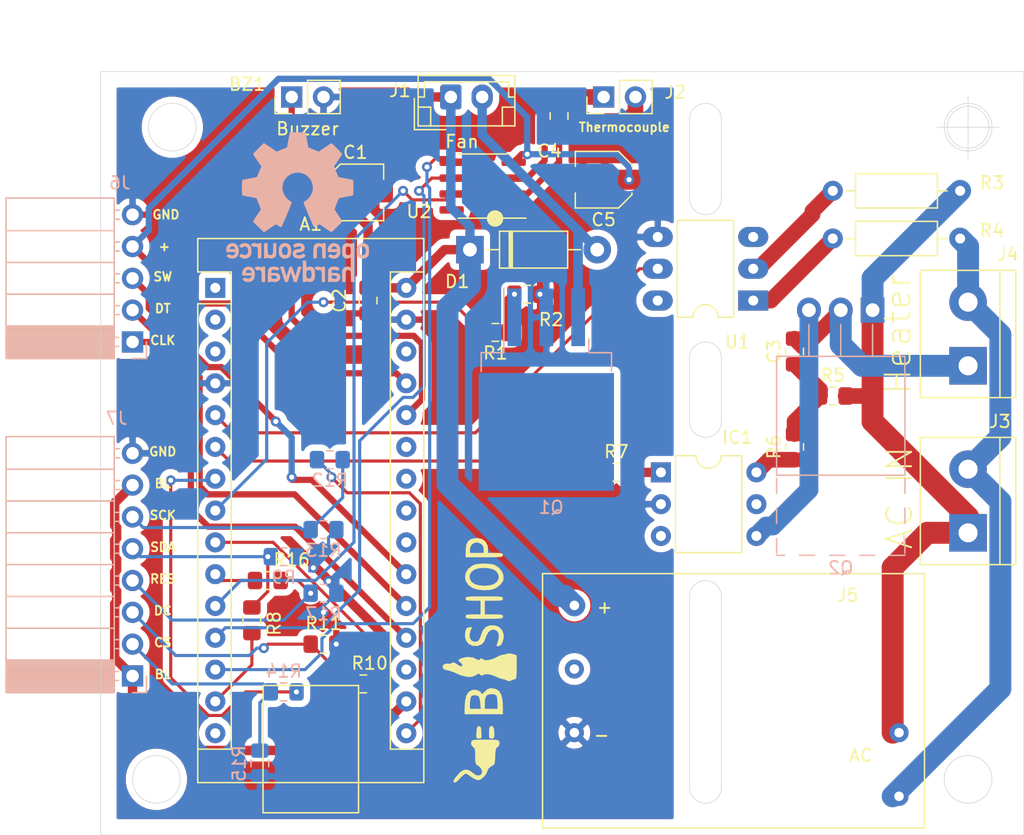
<source format=kicad_pcb>
(kicad_pcb (version 20171130) (host pcbnew 5.1.5-52549c5~84~ubuntu18.04.1)
  (layers (0 F.Cu signal) (31 B.Cu signal) (34 B.Paste user) (35 F.Paste user) (36 B.SilkS user) (37 F.SilkS user) (38 B.Mask user) (39 F.Mask user) (44 Edge.Cuts user))
  (net 0 "")
  (net 1 "Net-(A1-Pad1)")
  (net 2 BL)
  (net 3 "Net-(A1-Pad2)")
  (net 4 "Net-(A1-Pad18)")
  (net 5 "Net-(A1-Pad3)")
  (net 6 CLK)
  (net 7 GND)
  (net 8 DT)
  (net 9 ZERO_X)
  (net 10 SW)
  (net 11 Heater_PWM)
  (net 12 "Net-(A1-Pad22)")
  (net 13 CS_5)
  (net 14 "Net-(A1-Pad23)")
  (net 15 FAN_Ctrl)
  (net 16 "Net-(A1-Pad24)")
  (net 17 DC_5)
  (net 18 "Net-(A1-Pad25)")
  (net 19 RES_5)
  (net 20 "Net-(A1-Pad26)")
  (net 21 SO)
  (net 22 +)
  (net 23 CS)
  (net 24 "Net-(A1-Pad28)")
  (net 25 SCK)
  (net 26 SDA_5)
  (net 27 +12V)
  (net 28 "Net-(A1-Pad15)")
  (net 29 SCK_5)
  (net 30 AC1_OUT)
  (net 31 "Net-(C3-Pad1)")
  (net 32 TC1)
  (net 33 TC2)
  (net 34 "Net-(D1-Pad2)")
  (net 35 "Net-(IC1-Pad1)")
  (net 36 "Net-(IC1-Pad4)")
  (net 37 "Net-(IC1-Pad5)")
  (net 38 "Net-(IC1-Pad3)")
  (net 39 "Net-(IC1-Pad6)")
  (net 40 AC2_IN)
  (net 41 AC1_IN)
  (net 42 CS_)
  (net 43 DC)
  (net 44 RES)
  (net 45 SDA)
  (net 46 "Net-(Q1-Pad1)")
  (net 47 "Net-(R3-Pad2)")
  (net 48 "Net-(R4-Pad2)")
  (net 49 "Net-(U1-Pad6)")
  (net 50 "Net-(U2-Pad8)")
  (net 51 SCK_M)
  (net 52 "Net-(J5-Pad4)")
  (module CTB_Logo:KicadCTBLogo (layer F.Cu) (at 213.36 120.65 90)
    (fp_text reference G*** hide)
    (fp_text value LOGO hide)
  )
  (module CTB_Logo:12v220 (layer F.Cu) (at 246.07774 113.74882 180)
    (fp_text reference J5 (at 3.57124 -1.72974) (layer F.SilkS))
    (fp_text value CONN_AC_to_12v400mA)
    (fp_text user - (at 23.23338 -12.88034) (layer F.SilkS))
    (fp_text user + (at 22.98446 -2.66446) (layer F.SilkS))
    (fp_text user AC (at 2.54 -14.52118) (layer F.SilkS))
    (pad 5 thru_hole circle (at 25.4 -2.54 180) (size 1.524 1.524) (drill 0.762) (layers *.Cu *.Mask) (net 27 +12V))
    (pad 4 thru_hole circle (at 25.4 -7.62 180) (size 1.524 1.524) (drill 0.762) (layers *.Cu *.Mask) (net 52 "Net-(J5-Pad4)"))
    (pad 3 thru_hole circle (at 25.4 -12.7 180) (size 1.524 1.524) (drill 0.762) (layers *.Cu *.Mask) (net 7 GND))
    (pad 2 thru_hole circle (at -0.508 -17.78 180) (size 1.524 1.524) (drill 0.762) (layers *.Cu *.Mask) (net 40 AC2_IN))
    (pad 1 thru_hole circle (at -0.508 -12.7 180) (size 1.524 1.524) (drill 0.762) (layers *.Cu *.Mask) (net 41 AC1_IN))
  )
  (module Symbol:OSHW-Logo_11.4x12mm_SilkScreen (layer B.Cu) (at 198.61022 84.48548 180)
    (fp_text reference REF** hide)
    (fp_text value OSHW-Logo_11.4x12mm_SilkScreen hide)
  )
  (module Resistor_THT:R_Axial_DIN0207_L6.3mm_D2.5mm_P10.16mm_Horizontal (layer F.Cu) (at 251.46 86.995 180)
    (fp_text reference R4 (at -2.54 0.635) (layer F.SilkS))
    (fp_text value "47K 0.6W")
    (pad 2 thru_hole oval (at 10.16 0 180) (size 1.6 1.6) (drill 0.8) (layers *.Cu *.Mask) (net 48 "Net-(R4-Pad2)"))
    (pad 1 thru_hole circle (at 0 0 180) (size 1.6 1.6) (drill 0.8) (layers *.Cu *.Mask) (net 40 AC2_IN))
  )
  (module Resistor_THT:R_Axial_DIN0207_L6.3mm_D2.5mm_P10.16mm_Horizontal (layer F.Cu) (at 251.46 83.185 180)
    (fp_text reference R3 (at -2.54 0.635) (layer F.SilkS))
    (fp_text value "47K 0.6W")
    (pad 2 thru_hole oval (at 10.16 0 180) (size 1.6 1.6) (drill 0.8) (layers *.Cu *.Mask) (net 47 "Net-(R3-Pad2)"))
    (pad 1 thru_hole circle (at 0 0 180) (size 1.6 1.6) (drill 0.8) (layers *.Cu *.Mask) (net 41 AC1_IN))
  )
  (module TerminalBlock:TerminalBlock_bornier-2_P5.08mm (layer F.Cu) (at 252.095 97.155 90)
    (fp_text reference J4 (at 8.89 3.175 180) (layer F.SilkS))
    (fp_text value HEATER_CONN)
    (pad 2 thru_hole circle (at 5.08 0 90) (size 3 3) (drill 1.52) (layers *.Cu *.Mask) (net 40 AC2_IN))
    (pad 1 thru_hole rect (at 0 0 90) (size 3 3) (drill 1.52) (layers *.Cu *.Mask) (net 30 AC1_OUT))
  )
  (module TerminalBlock:TerminalBlock_bornier-2_P5.08mm (layer F.Cu) (at 252.095 110.49 90)
    (fp_text reference J3 (at 8.89 2.54 180) (layer F.SilkS))
    (fp_text value AC_CONN)
    (pad 2 thru_hole circle (at 5.08 0 90) (size 3 3) (drill 1.52) (layers *.Cu *.Mask) (net 40 AC2_IN))
    (pad 1 thru_hole rect (at 0 0 90) (size 3 3) (drill 1.52) (layers *.Cu *.Mask) (net 41 AC1_IN))
  )
  (module Connector_PinSocket_2.54mm:PinSocket_1x08_P2.54mm_Horizontal (layer B.Cu) (at 185.42 121.92)
    (fp_text reference J7 (at -1.27 -20.574) (layer B.SilkS) (effects (justify mirror)))
    (fp_text value TFT_CONN)
    (pad 8 thru_hole oval (at 0 -17.78) (size 1.7 1.7) (drill 1) (layers *.Cu *.Mask) (net 7 GND))
    (pad 7 thru_hole oval (at 0 -15.24) (size 1.7 1.7) (drill 1) (layers *.Cu *.Mask) (net 2 BL))
    (pad 6 thru_hole oval (at 0 -12.7) (size 1.7 1.7) (drill 1) (layers *.Cu *.Mask) (net 25 SCK))
    (pad 5 thru_hole oval (at 0 -10.16) (size 1.7 1.7) (drill 1) (layers *.Cu *.Mask) (net 45 SDA))
    (pad 4 thru_hole oval (at 0 -7.62) (size 1.7 1.7) (drill 1) (layers *.Cu *.Mask) (net 44 RES))
    (pad 3 thru_hole oval (at 0 -5.08) (size 1.7 1.7) (drill 1) (layers *.Cu *.Mask) (net 43 DC))
    (pad 2 thru_hole oval (at 0 -2.54) (size 1.7 1.7) (drill 1) (layers *.Cu *.Mask) (net 42 CS_))
    (pad 1 thru_hole rect (at 0 0) (size 1.7 1.7) (drill 1) (layers *.Cu *.Mask) (net 2 BL))
  )
  (module Connector_PinSocket_2.54mm:PinSocket_1x05_P2.54mm_Horizontal (layer B.Cu) (at 185.42 95.25)
    (fp_text reference J6 (at -1.016 -12.7) (layer B.SilkS) (effects (justify mirror)))
    (fp_text value ENCODER_CONN)
    (pad 5 thru_hole oval (at 0 -10.16) (size 1.7 1.7) (drill 1) (layers *.Cu *.Mask) (net 7 GND))
    (pad 4 thru_hole oval (at 0 -7.62) (size 1.7 1.7) (drill 1) (layers *.Cu *.Mask) (net 22 +))
    (pad 3 thru_hole oval (at 0 -5.08) (size 1.7 1.7) (drill 1) (layers *.Cu *.Mask) (net 10 SW))
    (pad 2 thru_hole oval (at 0 -2.54) (size 1.7 1.7) (drill 1) (layers *.Cu *.Mask) (net 8 DT))
    (pad 1 thru_hole rect (at 0 0) (size 1.7 1.7) (drill 1) (layers *.Cu *.Mask) (net 6 CLK))
  )
  (module Package_SO:SOIC-8-1EP_3.9x4.9mm_P1.27mm_EP2.29x3mm (layer F.Cu) (at 213.36 82.804 180)
    (fp_text reference U2 (at 5.08 -2.032) (layer F.SilkS))
    (fp_text value MAX6675ISA+)
    (pad 8 smd roundrect (at 2.475 -1.905 180) (size 1.95 0.6) (layers F.Cu F.Paste F.Mask) (net 50 "Net-(U2-Pad8)"))
    (pad 7 smd roundrect (at 2.475 -0.635 180) (size 1.95 0.6) (layers F.Cu F.Paste F.Mask) (net 21 SO))
    (pad 6 smd roundrect (at 2.475 0.635 180) (size 1.95 0.6) (layers F.Cu F.Paste F.Mask) (net 23 CS))
    (pad 5 smd roundrect (at 2.475 1.905 180) (size 1.95 0.6) (layers F.Cu F.Paste F.Mask) (net 51 SCK_M))
    (pad 4 smd roundrect (at -2.475 1.905 180) (size 1.95 0.6) (layers F.Cu F.Paste F.Mask) (net 22 +))
    (pad 3 smd roundrect (at -2.475 0.635 180) (size 1.95 0.6) (layers F.Cu F.Paste F.Mask) (net 32 TC1))
    (pad 2 smd roundrect (at -2.475 -0.635 180) (size 1.95 0.6) (layers F.Cu F.Paste F.Mask) (net 33 TC2))
    (pad 1 smd roundrect (at -2.475 -1.905 180) (size 1.95 0.6) (layers F.Cu F.Paste F.Mask) (net 7 GND))
    (pad 9 smd roundrect (at 0 0 180) (size 2.29 3) (layers F.Cu F.Mask) (roundrect_rratio 0.10917))
  )
  (module Package_DIP:DIP-6_W7.62mm_LongPads (layer F.Cu) (at 234.95 91.948 180)
    (fp_text reference U1 (at 1.27 -3.302) (layer F.SilkS))
    (fp_text value H11AA1-X007T)
    (pad 6 thru_hole oval (at 7.62 0 180) (size 2.4 1.6) (drill 0.8) (layers *.Cu *.Mask) (net 49 "Net-(U1-Pad6)"))
    (pad 3 thru_hole oval (at 0 5.08 180) (size 2.4 1.6) (drill 0.8) (layers *.Cu *.Mask))
    (pad 5 thru_hole oval (at 7.62 2.54 180) (size 2.4 1.6) (drill 0.8) (layers *.Cu *.Mask) (net 9 ZERO_X))
    (pad 2 thru_hole oval (at 0 2.54 180) (size 2.4 1.6) (drill 0.8) (layers *.Cu *.Mask) (net 47 "Net-(R3-Pad2)"))
    (pad 4 thru_hole oval (at 7.62 5.08 180) (size 2.4 1.6) (drill 0.8) (layers *.Cu *.Mask) (net 7 GND))
    (pad 1 thru_hole rect (at 0 0 180) (size 2.4 1.6) (drill 0.8) (layers *.Cu *.Mask) (net 48 "Net-(R4-Pad2)"))
  )
  (module Module:Arduino_Nano (layer F.Cu) (at 192.024 90.932)
    (fp_text reference A1 (at 7.62 -5.08) (layer F.SilkS))
    (fp_text value Arduino_Nano_v3.x)
    (pad 16 thru_hole oval (at 15.24 35.56) (size 1.6 1.6) (drill 0.8) (layers *.Cu *.Mask) (net 29 SCK_5))
    (pad 15 thru_hole oval (at 0 35.56) (size 1.6 1.6) (drill 0.8) (layers *.Cu *.Mask) (net 28 "Net-(A1-Pad15)"))
    (pad 30 thru_hole oval (at 15.24 0) (size 1.6 1.6) (drill 0.8) (layers *.Cu *.Mask) (net 27 +12V))
    (pad 14 thru_hole oval (at 0 33.02) (size 1.6 1.6) (drill 0.8) (layers *.Cu *.Mask) (net 26 SDA_5))
    (pad 29 thru_hole oval (at 15.24 2.54) (size 1.6 1.6) (drill 0.8) (layers *.Cu *.Mask) (net 7 GND))
    (pad 13 thru_hole oval (at 0 30.48) (size 1.6 1.6) (drill 0.8) (layers *.Cu *.Mask) (net 51 SCK_M))
    (pad 28 thru_hole oval (at 15.24 5.08) (size 1.6 1.6) (drill 0.8) (layers *.Cu *.Mask) (net 24 "Net-(A1-Pad28)"))
    (pad 12 thru_hole oval (at 0 27.94) (size 1.6 1.6) (drill 0.8) (layers *.Cu *.Mask) (net 23 CS))
    (pad 27 thru_hole oval (at 15.24 7.62) (size 1.6 1.6) (drill 0.8) (layers *.Cu *.Mask) (net 22 +))
    (pad 11 thru_hole oval (at 0 25.4) (size 1.6 1.6) (drill 0.8) (layers *.Cu *.Mask) (net 21 SO))
    (pad 26 thru_hole oval (at 15.24 10.16) (size 1.6 1.6) (drill 0.8) (layers *.Cu *.Mask) (net 20 "Net-(A1-Pad26)"))
    (pad 10 thru_hole oval (at 0 22.86) (size 1.6 1.6) (drill 0.8) (layers *.Cu *.Mask) (net 19 RES_5))
    (pad 25 thru_hole oval (at 15.24 12.7) (size 1.6 1.6) (drill 0.8) (layers *.Cu *.Mask) (net 18 "Net-(A1-Pad25)"))
    (pad 9 thru_hole oval (at 0 20.32) (size 1.6 1.6) (drill 0.8) (layers *.Cu *.Mask) (net 17 DC_5))
    (pad 24 thru_hole oval (at 15.24 15.24) (size 1.6 1.6) (drill 0.8) (layers *.Cu *.Mask) (net 16 "Net-(A1-Pad24)"))
    (pad 8 thru_hole oval (at 0 17.78) (size 1.6 1.6) (drill 0.8) (layers *.Cu *.Mask) (net 15 FAN_Ctrl))
    (pad 23 thru_hole oval (at 15.24 17.78) (size 1.6 1.6) (drill 0.8) (layers *.Cu *.Mask) (net 14 "Net-(A1-Pad23)"))
    (pad 7 thru_hole oval (at 0 15.24) (size 1.6 1.6) (drill 0.8) (layers *.Cu *.Mask) (net 13 CS_5))
    (pad 22 thru_hole oval (at 15.24 20.32) (size 1.6 1.6) (drill 0.8) (layers *.Cu *.Mask) (net 12 "Net-(A1-Pad22)"))
    (pad 6 thru_hole oval (at 0 12.7) (size 1.6 1.6) (drill 0.8) (layers *.Cu *.Mask) (net 11 Heater_PWM))
    (pad 21 thru_hole oval (at 15.24 22.86) (size 1.6 1.6) (drill 0.8) (layers *.Cu *.Mask) (net 10 SW))
    (pad 5 thru_hole oval (at 0 10.16) (size 1.6 1.6) (drill 0.8) (layers *.Cu *.Mask) (net 9 ZERO_X))
    (pad 20 thru_hole oval (at 15.24 25.4) (size 1.6 1.6) (drill 0.8) (layers *.Cu *.Mask) (net 8 DT))
    (pad 4 thru_hole oval (at 0 7.62) (size 1.6 1.6) (drill 0.8) (layers *.Cu *.Mask) (net 7 GND))
    (pad 19 thru_hole oval (at 15.24 27.94) (size 1.6 1.6) (drill 0.8) (layers *.Cu *.Mask) (net 6 CLK))
    (pad 3 thru_hole oval (at 0 5.08) (size 1.6 1.6) (drill 0.8) (layers *.Cu *.Mask) (net 5 "Net-(A1-Pad3)"))
    (pad 18 thru_hole oval (at 15.24 30.48) (size 1.6 1.6) (drill 0.8) (layers *.Cu *.Mask) (net 4 "Net-(A1-Pad18)"))
    (pad 2 thru_hole oval (at 0 2.54) (size 1.6 1.6) (drill 0.8) (layers *.Cu *.Mask) (net 3 "Net-(A1-Pad2)"))
    (pad 17 thru_hole oval (at 15.24 33.02) (size 1.6 1.6) (drill 0.8) (layers *.Cu *.Mask) (net 2 BL))
    (pad 1 thru_hole rect (at 0 0) (size 1.6 1.6) (drill 0.8) (layers *.Cu *.Mask) (net 1 "Net-(A1-Pad1)"))
  )
  (module Connector_PinHeader_2.54mm:PinHeader_1x02_P2.54mm_Vertical (layer F.Cu) (at 198.12 75.692 90)
    (fp_text reference BZ1 (at 1.016 -3.556 180) (layer F.SilkS))
    (fp_text value Buzzer)
    (pad 2 thru_hole oval (at 0 2.54 90) (size 1.7 1.7) (drill 1) (layers *.Cu *.Mask) (net 7 GND))
    (pad 1 thru_hole rect (at 0 0 90) (size 1.7 1.7) (drill 1) (layers *.Cu *.Mask) (net 20 "Net-(A1-Pad26)"))
  )
  (module Capacitor_SMD:C_Elec_4x5.8 (layer F.Cu) (at 203.2 83.312)
    (fp_text reference C1 (at 0 -3.2) (layer F.SilkS))
    (fp_text value 4,7u)
    (pad 2 smd roundrect (at 1.675 0) (size 2.65 1.6) (layers F.Cu F.Paste F.Mask) (roundrect_rratio 0.15625) (net 7 GND))
    (pad 1 smd roundrect (at -1.675 0) (size 2.65 1.6) (layers F.Cu F.Paste F.Mask) (roundrect_rratio 0.15625) (net 27 +12V))
  )
  (module Capacitor_SMD:C_0805_2012Metric_Pad1.15x1.40mm_HandSolder (layer F.Cu) (at 204.216 91.948 270)
    (fp_text reference C2 (at 0 2.286 90) (layer F.SilkS))
    (fp_text value 100n)
    (pad 2 smd roundrect (at 1.025 0 270) (size 1.15 1.4) (layers F.Cu F.Paste F.Mask) (roundrect_rratio 0.217391) (net 7 GND))
    (pad 1 smd roundrect (at -1.025 0 270) (size 1.15 1.4) (layers F.Cu F.Paste F.Mask) (roundrect_rratio 0.217391) (net 27 +12V))
  )
  (module Capacitor_SMD:C_0805_2012Metric_Pad1.15x1.40mm_HandSolder (layer F.Cu) (at 238.252 96.012 90)
    (fp_text reference C3 (at 0 -1.65 90) (layer F.SilkS))
    (fp_text value 10n)
    (pad 2 smd roundrect (at 1.025 0 90) (size 1.15 1.4) (layers F.Cu F.Paste F.Mask) (roundrect_rratio 0.217391) (net 30 AC1_OUT))
    (pad 1 smd roundrect (at -1.025 0 90) (size 1.15 1.4) (layers F.Cu F.Paste F.Mask) (roundrect_rratio 0.217391) (net 31 "Net-(C3-Pad1)"))
  )
  (module Capacitor_SMD:C_0805_2012Metric_Pad1.15x1.40mm_HandSolder (layer F.Cu) (at 219.456 77.216 270)
    (fp_text reference C4 (at 2.794 0.762 180) (layer F.SilkS))
    (fp_text value 10n)
    (pad 2 smd roundrect (at 1.025 0 270) (size 1.15 1.4) (layers F.Cu F.Paste F.Mask) (roundrect_rratio 0.217391) (net 33 TC2))
    (pad 1 smd roundrect (at -1.025 0 270) (size 1.15 1.4) (layers F.Cu F.Paste F.Mask) (roundrect_rratio 0.217391) (net 32 TC1))
  )
  (module Capacitor_SMD:C_Elec_4x5.8 (layer F.Cu) (at 223.012 82.296 180)
    (fp_text reference C5 (at 0 -3.2) (layer F.SilkS))
    (fp_text value 4,7u)
    (pad 2 smd roundrect (at 1.675 0 180) (size 2.65 1.6) (layers F.Cu F.Paste F.Mask) (roundrect_rratio 0.15625) (net 7 GND))
    (pad 1 smd roundrect (at -1.675 0 180) (size 2.65 1.6) (layers F.Cu F.Paste F.Mask) (roundrect_rratio 0.15625) (net 22 +))
  )
  (module Diode_THT:D_DO-41_SOD81_P10.16mm_Horizontal (layer F.Cu) (at 212.344 87.884)
    (fp_text reference D1 (at -1.016 2.54) (layer F.SilkS))
    (fp_text value 1N4007)
    (pad 2 thru_hole oval (at 10.16 0) (size 2.2 2.2) (drill 1.1) (layers *.Cu *.Mask) (net 34 "Net-(D1-Pad2)"))
    (pad 1 thru_hole rect (at 0 0) (size 2.2 2.2) (drill 1.1) (layers *.Cu *.Mask) (net 27 +12V))
  )
  (module Package_DIP:DIP-6_W7.62mm (layer F.Cu) (at 227.584 105.664)
    (fp_text reference IC1 (at 6.096 -2.794) (layer F.SilkS))
    (fp_text value MOC3020)
    (pad 6 thru_hole oval (at 7.62 0) (size 1.6 1.6) (drill 0.8) (layers *.Cu *.Mask) (net 39 "Net-(IC1-Pad6)"))
    (pad 3 thru_hole oval (at 0 5.08) (size 1.6 1.6) (drill 0.8) (layers *.Cu *.Mask) (net 38 "Net-(IC1-Pad3)"))
    (pad 5 thru_hole oval (at 7.62 2.54) (size 1.6 1.6) (drill 0.8) (layers *.Cu *.Mask) (net 37 "Net-(IC1-Pad5)"))
    (pad 2 thru_hole oval (at 0 2.54) (size 1.6 1.6) (drill 0.8) (layers *.Cu *.Mask) (net 7 GND))
    (pad 4 thru_hole oval (at 7.62 5.08) (size 1.6 1.6) (drill 0.8) (layers *.Cu *.Mask) (net 36 "Net-(IC1-Pad4)"))
    (pad 1 thru_hole rect (at 0 0) (size 1.6 1.6) (drill 0.8) (layers *.Cu *.Mask) (net 35 "Net-(IC1-Pad1)"))
  )
  (module Connector_JST:JST_EH_B2B-EH-A_1x02_P2.50mm_Vertical (layer F.Cu) (at 210.82 75.692)
    (fp_text reference J1 (at -4.064 -0.508) (layer F.SilkS))
    (fp_text value Fan_CONN)
    (pad 2 thru_hole oval (at 2.5 0) (size 1.7 2) (drill 1) (layers *.Cu *.Mask) (net 34 "Net-(D1-Pad2)"))
    (pad 1 thru_hole roundrect (at 0 0) (size 1.7 2) (drill 1) (layers *.Cu *.Mask) (roundrect_rratio 0.147059) (net 27 +12V))
  )
  (module Connector_PinHeader_2.54mm:PinHeader_1x02_P2.54mm_Vertical (layer F.Cu) (at 223.012 75.692 90)
    (fp_text reference J2 (at 0.381 5.715 180) (layer F.SilkS))
    (fp_text value Thermocouple_CONN)
    (pad 2 thru_hole oval (at 0 2.54 90) (size 1.7 1.7) (drill 1) (layers *.Cu *.Mask) (net 33 TC2))
    (pad 1 thru_hole rect (at 0 0 90) (size 1.7 1.7) (drill 1) (layers *.Cu *.Mask) (net 32 TC1))
  )
  (module Resistor_SMD:R_0805_2012Metric_Pad1.15x1.40mm_HandSolder (layer F.Cu) (at 214.376 94.488 180)
    (fp_text reference R1 (at 0 -1.65) (layer F.SilkS))
    (fp_text value 4K7)
    (pad 2 smd roundrect (at 1.025 0 180) (size 1.15 1.4) (layers F.Cu F.Paste F.Mask) (roundrect_rratio 0.217391) (net 15 FAN_Ctrl))
    (pad 1 smd roundrect (at -1.025 0 180) (size 1.15 1.4) (layers F.Cu F.Paste F.Mask) (roundrect_rratio 0.217391) (net 46 "Net-(Q1-Pad1)"))
  )
  (module Resistor_SMD:R_0805_2012Metric_Pad1.15x1.40mm_HandSolder (layer F.Cu) (at 216.916 91.44)
    (fp_text reference R2 (at 1.905 2.032) (layer F.SilkS))
    (fp_text value 100K)
    (pad 2 smd roundrect (at 1.025 0) (size 1.15 1.4) (layers F.Cu F.Paste F.Mask) (roundrect_rratio 0.217391) (net 7 GND))
    (pad 1 smd roundrect (at -1.025 0) (size 1.15 1.4) (layers F.Cu F.Paste F.Mask) (roundrect_rratio 0.217391) (net 46 "Net-(Q1-Pad1)"))
  )
  (module Resistor_SMD:R_0805_2012Metric_Pad1.15x1.40mm_HandSolder (layer F.Cu) (at 241.3 99.568)
    (fp_text reference R5 (at 0 -1.65) (layer F.SilkS))
    (fp_text value 2.4k)
    (pad 2 smd roundrect (at 1.025 0) (size 1.15 1.4) (layers F.Cu F.Paste F.Mask) (roundrect_rratio 0.217391) (net 41 AC1_IN))
    (pad 1 smd roundrect (at -1.025 0) (size 1.15 1.4) (layers F.Cu F.Paste F.Mask) (roundrect_rratio 0.217391) (net 31 "Net-(C3-Pad1)"))
  )
  (module Resistor_SMD:R_0805_2012Metric_Pad1.15x1.40mm_HandSolder (layer F.Cu) (at 238.252 103.632 90)
    (fp_text reference R6 (at 0 -1.65 90) (layer F.SilkS))
    (fp_text value 180)
    (pad 2 smd roundrect (at 1.025 0 90) (size 1.15 1.4) (layers F.Cu F.Paste F.Mask) (roundrect_rratio 0.217391) (net 31 "Net-(C3-Pad1)"))
    (pad 1 smd roundrect (at -1.025 0 90) (size 1.15 1.4) (layers F.Cu F.Paste F.Mask) (roundrect_rratio 0.217391) (net 39 "Net-(IC1-Pad6)"))
  )
  (module Resistor_SMD:R_0805_2012Metric_Pad1.15x1.40mm_HandSolder (layer F.Cu) (at 224.028 105.664)
    (fp_text reference R7 (at 0 -1.65) (layer F.SilkS))
    (fp_text value 1k)
    (pad 2 smd roundrect (at 1.025 0) (size 1.15 1.4) (layers F.Cu F.Paste F.Mask) (roundrect_rratio 0.217391) (net 35 "Net-(IC1-Pad1)"))
    (pad 1 smd roundrect (at -1.025 0) (size 1.15 1.4) (layers F.Cu F.Paste F.Mask) (roundrect_rratio 0.217391) (net 11 Heater_PWM))
  )
  (module Resistor_SMD:R_0805_2012Metric_Pad1.15x1.40mm_HandSolder (layer F.Cu) (at 194.945 117.475 90)
    (fp_text reference R8 (at -0.254 1.778 270) (layer F.SilkS))
    (fp_text value 10k)
    (pad 2 smd roundrect (at 1.025 0 90) (size 1.15 1.4) (layers F.Cu F.Paste F.Mask) (roundrect_rratio 0.217391) (net 45 SDA))
    (pad 1 smd roundrect (at -1.025 0 90) (size 1.15 1.4) (layers F.Cu F.Paste F.Mask) (roundrect_rratio 0.217391) (net 26 SDA_5))
  )
  (module Resistor_SMD:R_0805_2012Metric_Pad1.15x1.40mm_HandSolder (layer B.Cu) (at 197.485 112.395)
    (fp_text reference R9 (at 0 1.65) (layer B.SilkS) (effects (justify mirror)))
    (fp_text value 20k)
    (pad 2 smd roundrect (at 1.025 0) (size 1.15 1.4) (layers B.Cu B.Paste B.Mask) (roundrect_rratio 0.217391) (net 7 GND))
    (pad 1 smd roundrect (at -1.025 0) (size 1.15 1.4) (layers B.Cu B.Paste B.Mask) (roundrect_rratio 0.217391) (net 45 SDA))
  )
  (module Resistor_SMD:R_0805_2012Metric_Pad1.15x1.40mm_HandSolder (layer F.Cu) (at 203.835 122.555 180)
    (fp_text reference R10 (at -0.508 1.651) (layer F.SilkS))
    (fp_text value 10k)
    (pad 2 smd roundrect (at 1.025 0 180) (size 1.15 1.4) (layers F.Cu F.Paste F.Mask) (roundrect_rratio 0.217391) (net 43 DC))
    (pad 1 smd roundrect (at -1.025 0 180) (size 1.15 1.4) (layers F.Cu F.Paste F.Mask) (roundrect_rratio 0.217391) (net 17 DC_5))
  )
  (module Resistor_SMD:R_0805_2012Metric_Pad1.15x1.40mm_HandSolder (layer F.Cu) (at 200.66 119.38)
    (fp_text reference R11 (at 0 -1.65) (layer F.SilkS))
    (fp_text value 20k)
    (pad 2 smd roundrect (at 1.025 0) (size 1.15 1.4) (layers F.Cu F.Paste F.Mask) (roundrect_rratio 0.217391) (net 7 GND))
    (pad 1 smd roundrect (at -1.025 0) (size 1.15 1.4) (layers F.Cu F.Paste F.Mask) (roundrect_rratio 0.217391) (net 43 DC))
  )
  (module Resistor_SMD:R_0805_2012Metric_Pad1.15x1.40mm_HandSolder (layer B.Cu) (at 201.168 104.648)
    (fp_text reference R12 (at 0 1.65) (layer B.SilkS) (effects (justify mirror)))
    (fp_text value 10k)
    (pad 2 smd roundrect (at 1.025 0) (size 1.15 1.4) (layers B.Cu B.Paste B.Mask) (roundrect_rratio 0.217391) (net 25 SCK))
    (pad 1 smd roundrect (at -1.025 0) (size 1.15 1.4) (layers B.Cu B.Paste B.Mask) (roundrect_rratio 0.217391) (net 29 SCK_5))
  )
  (module Resistor_SMD:R_0805_2012Metric_Pad1.15x1.40mm_HandSolder (layer B.Cu) (at 200.66 110.236)
    (fp_text reference R13 (at 0 1.65) (layer B.SilkS) (effects (justify mirror)))
    (fp_text value 20k)
    (pad 2 smd roundrect (at 1.025 0) (size 1.15 1.4) (layers B.Cu B.Paste B.Mask) (roundrect_rratio 0.217391) (net 7 GND))
    (pad 1 smd roundrect (at -1.025 0) (size 1.15 1.4) (layers B.Cu B.Paste B.Mask) (roundrect_rratio 0.217391) (net 25 SCK))
  )
  (module Resistor_SMD:R_0805_2012Metric_Pad1.15x1.40mm_HandSolder (layer B.Cu) (at 197.485 123.19 180)
    (fp_text reference R14 (at 0 1.65) (layer B.SilkS) (effects (justify mirror)))
    (fp_text value 10k)
    (pad 2 smd roundrect (at 1.025 0 180) (size 1.15 1.4) (layers B.Cu B.Paste B.Mask) (roundrect_rratio 0.217391) (net 42 CS_))
    (pad 1 smd roundrect (at -1.025 0 180) (size 1.15 1.4) (layers B.Cu B.Paste B.Mask) (roundrect_rratio 0.217391) (net 13 CS_5))
  )
  (module Resistor_SMD:R_0805_2012Metric_Pad1.15x1.40mm_HandSolder (layer B.Cu) (at 195.58 128.905 270)
    (fp_text reference R15 (at 0 1.65 90) (layer B.SilkS) (effects (justify mirror)))
    (fp_text value 20k)
    (pad 2 smd roundrect (at 1.025 0 270) (size 1.15 1.4) (layers B.Cu B.Paste B.Mask) (roundrect_rratio 0.217391) (net 7 GND))
    (pad 1 smd roundrect (at -1.025 0 270) (size 1.15 1.4) (layers B.Cu B.Paste B.Mask) (roundrect_rratio 0.217391) (net 42 CS_))
  )
  (module Resistor_SMD:R_0805_2012Metric_Pad1.15x1.40mm_HandSolder (layer F.Cu) (at 196.215 114.3)
    (fp_text reference R16 (at 1.905 -1.65) (layer F.SilkS))
    (fp_text value 10k)
    (pad 2 smd roundrect (at 1.025 0) (size 1.15 1.4) (layers F.Cu F.Paste F.Mask) (roundrect_rratio 0.217391) (net 44 RES))
    (pad 1 smd roundrect (at -1.025 0) (size 1.15 1.4) (layers F.Cu F.Paste F.Mask) (roundrect_rratio 0.217391) (net 19 RES_5))
  )
  (module Resistor_SMD:R_0805_2012Metric_Pad1.15x1.40mm_HandSolder (layer B.Cu) (at 200.66 115.316)
    (fp_text reference R17 (at 0 1.65) (layer B.SilkS) (effects (justify mirror)))
    (fp_text value 20k)
    (pad 2 smd roundrect (at 1.025 0) (size 1.15 1.4) (layers B.Cu B.Paste B.Mask) (roundrect_rratio 0.217391) (net 7 GND))
    (pad 1 smd roundrect (at -1.025 0) (size 1.15 1.4) (layers B.Cu B.Paste B.Mask) (roundrect_rratio 0.217391) (net 44 RES))
  )
  (module Package_TO_SOT_THT:TO-220-3_Horizontal_TabUp (layer B.Cu) (at 244.475 92.71 180)
    (fp_text reference Q2 (at 2.54 -20.58) (layer B.SilkS) (effects (justify mirror)))
    (fp_text value BT137)
    (pad 3 thru_hole oval (at 5.08 0 180) (size 1.905 2) (drill 1.1) (layers *.Cu *.Mask) (net 36 "Net-(IC1-Pad4)"))
    (pad 2 thru_hole oval (at 2.54 0 180) (size 1.905 2) (drill 1.1) (layers *.Cu *.Mask) (net 30 AC1_OUT))
    (pad 1 thru_hole rect (at 0 0 180) (size 1.905 2) (drill 1.1) (layers *.Cu *.Mask) (net 41 AC1_IN))
    (pad "" np_thru_hole oval (at 2.54 -16.66 180) (size 3.5 3.5) (drill 3.5) (layers *.Cu *.Mask))
  )
  (module Package_TO_SOT_SMD:TO-263-3_TabPin4 (layer B.Cu) (at 218.44 99.06 270)
    (fp_text reference Q1 (at 9.398 -0.381 180) (layer B.SilkS) (effects (justify mirror)))
    (fp_text value IRF540N)
    (pad 4 smd rect (at 3.375 0 270) (size 9.4 10.8) (layers B.Cu B.Mask))
    (pad 3 smd rect (at -5.775 -2.54 270) (size 4.6 1.1) (layers B.Cu B.Paste B.Mask) (net 34 "Net-(D1-Pad2)"))
    (pad 2 smd rect (at -5.775 0 270) (size 4.6 1.1) (layers B.Cu B.Paste B.Mask) (net 7 GND))
    (pad 1 smd rect (at -5.775 2.54 270) (size 4.6 1.1) (layers B.Cu B.Paste B.Mask) (net 46 "Net-(Q1-Pad1)"))
  )
  (gr_circle (center 214.3506 85.3948) (end 214.7062 85.3948) (layer F.SilkS) (width 0.6))
  (gr_text BL (at 187.833 121.793) (layer F.SilkS) (effects (font (size 0.7 0.7))))
  (gr_text CS (at 187.833 119.253) (layer F.SilkS) (effects (font (size 0.7 0.7))))
  (gr_text DC (at 187.833 116.713) (layer F.SilkS) (effects (font (size 0.7 0.7))))
  (gr_text RES (at 187.833 114.173) (layer F.SilkS) (effects (font (size 0.7 0.7))))
  (gr_text SDA (at 187.833 111.633) (layer F.SilkS) (effects (font (size 0.7 0.7))))
  (gr_text SCK (at 187.833 109.093) (layer F.SilkS) (effects (font (size 0.7 0.7))))
  (gr_text BL (at 187.833 106.553) (layer F.SilkS) (effects (font (size 0.7 0.7))))
  (gr_text GND (at 187.833 104.013) (layer F.SilkS) (effects (font (size 0.7 0.7))))
  (gr_text CLK (at 187.833 95.123) (layer F.SilkS) (effects (font (size 0.7 0.7))))
  (gr_text DT (at 187.833 92.583) (layer F.SilkS) (effects (font (size 0.7 0.7))))
  (gr_text SW (at 187.833 90.043) (layer F.SilkS) (effects (font (size 0.7 0.7))))
  (gr_text + (at 187.96 87.63) (layer F.SilkS) (effects (font (size 0.7 0.7))))
  (gr_text GND (at 188.087 85.09) (layer F.SilkS) (effects (font (size 0.7 0.7))))
  (gr_text Fan (at 211.709 79.248) (layer F.SilkS) (effects (font (size 1 1))))
  (gr_text Buzzer (at 199.39 78.232) (layer F.SilkS) (effects (font (size 1 1))))
  (gr_text Thermocouple (at 224.663 78.105) (layer F.SilkS) (effects (font (size 0.7 0.7))))
  (gr_text Heater (at 246.507 94.615 90) (layer F.SilkS) (effects (font (size 2 2))))
  (gr_text "AC IN" (at 246.634 107.696 90) (layer F.SilkS) (effects (font (size 2 2))))
  (gr_line (start 195.834 132.842) (end 195.834 122.682) (layer F.SilkS) (width 0.12))
  (gr_line (start 203.454 132.842) (end 195.834 132.842) (layer F.SilkS) (width 0.12))
  (gr_line (start 203.454 122.682) (end 203.454 132.842) (layer F.SilkS) (width 0.12))
  (gr_line (start 195.834 122.682) (end 203.454 122.682) (layer F.SilkS) (width 0.12))
  (gr_line (start 256.54 73.66) (end 256.54 134.62) (layer Edge.Cuts) (width 0.05))
  (gr_line (start 182.88 73.66) (end 256.54 73.66) (layer Edge.Cuts) (width 0.05))
  (gr_line (start 182.88 134.62) (end 182.88 73.66) (layer Edge.Cuts) (width 0.05))
  (gr_line (start 256.54 134.62) (end 182.88 134.62) (layer Edge.Cuts) (width 0.05))
  (gr_arc (start 231.14 83.82) (end 229.87 83.82) (angle -180) (layer Edge.Cuts) (width 0.05))
  (gr_arc (start 231.14 77.47) (end 232.41 77.47) (angle -180) (layer Edge.Cuts) (width 0.05))
  (gr_arc (start 231.14 96.52) (end 232.41 96.52) (angle -180) (layer Edge.Cuts) (width 0.05))
  (gr_arc (start 231.14 101.6) (end 229.87 101.6) (angle -180) (layer Edge.Cuts) (width 0.05))
  (gr_arc (start 231.14 130.81) (end 229.87 130.81) (angle -180) (layer Edge.Cuts) (width 0.05))
  (gr_arc (start 231.14 115.57) (end 232.41 115.57) (angle -180) (layer Edge.Cuts) (width 0.05))
  (gr_line (start 232.41 130.81) (end 232.41 115.57) (layer Edge.Cuts) (width 0.05))
  (gr_line (start 229.87 115.57) (end 229.87 130.81) (layer Edge.Cuts) (width 0.05))
  (gr_line (start 229.87 101.6) (end 229.87 96.52) (layer Edge.Cuts) (width 0.05))
  (gr_line (start 232.41 96.52) (end 232.41 101.6) (layer Edge.Cuts) (width 0.05))
  (gr_line (start 229.87 77.47) (end 229.87 83.82) (layer Edge.Cuts) (width 0.05))
  (gr_line (start 232.41 83.82) (end 232.41 77.47) (layer Edge.Cuts) (width 0.05))
  (gr_circle (center 188.595 78.105) (end 188.595 80.01) (layer Edge.Cuts) (width 0.05))
  (gr_circle (center 187.325 130.175) (end 189.23 130.175) (layer Edge.Cuts) (width 0.05))
  (gr_circle (center 252.095 130.175) (end 254 130.175) (layer Edge.Cuts) (width 0.05))
  (gr_circle (center 252.095 78.105) (end 254 78.105) (layer Edge.Cuts) (width 0.05))
  (target plus (at 252.095 78.105) (size 5) (width 0.05) (layer Edge.Cuts))
  (segment (start 183.994999 116.155999) (end 183.994999 120.494999) (width 0.75) (layer F.Cu) (net 2))
  (segment (start 184.15 116.000998) (end 183.994999 116.155999) (width 0.75) (layer F.Cu) (net 2))
  (segment (start 184.15 115.139002) (end 184.15 116.000998) (width 0.75) (layer F.Cu) (net 2))
  (segment (start 183.994999 114.984001) (end 184.15 115.139002) (width 0.75) (layer F.Cu) (net 2))
  (segment (start 183.994999 120.494999) (end 185.42 121.92) (width 0.75) (layer F.Cu) (net 2))
  (segment (start 183.994999 113.615999) (end 183.994999 114.984001) (width 0.75) (layer F.Cu) (net 2))
  (segment (start 184.15 113.460998) (end 183.994999 113.615999) (width 0.75) (layer F.Cu) (net 2))
  (segment (start 184.15 112.599002) (end 184.15 113.460998) (width 0.75) (layer F.Cu) (net 2))
  (segment (start 183.994999 112.444001) (end 184.15 112.599002) (width 0.75) (layer F.Cu) (net 2))
  (segment (start 183.994999 111.075999) (end 183.994999 112.444001) (width 0.75) (layer F.Cu) (net 2))
  (segment (start 184.15 110.920998) (end 183.994999 111.075999) (width 0.75) (layer F.Cu) (net 2))
  (segment (start 184.15 110.059002) (end 184.15 110.920998) (width 0.75) (layer F.Cu) (net 2))
  (segment (start 183.994999 109.904001) (end 184.15 110.059002) (width 0.75) (layer F.Cu) (net 2))
  (segment (start 183.994999 108.105001) (end 183.994999 109.904001) (width 0.75) (layer F.Cu) (net 2))
  (segment (start 185.42 106.68) (end 183.994999 108.105001) (width 0.75) (layer F.Cu) (net 2))
  (segment (start 206.464001 124.751999) (end 207.264 123.952) (width 0.75) (layer F.Cu) (net 2))
  (segment (start 185.42 123.52) (end 189.767001 127.867001) (width 0.75) (layer F.Cu) (net 2))
  (segment (start 203.348999 127.867001) (end 206.464001 124.751999) (width 0.75) (layer F.Cu) (net 2))
  (segment (start 189.767001 127.867001) (end 203.348999 127.867001) (width 0.75) (layer F.Cu) (net 2))
  (segment (start 185.42 121.92) (end 185.42 123.52) (width 0.75) (layer F.Cu) (net 2))
  (segment (start 206.464001 118.072001) (end 207.264 118.872) (width 0.5) (layer F.Cu) (net 6))
  (segment (start 198.393999 110.001999) (end 206.464001 118.072001) (width 0.5) (layer F.Cu) (net 6))
  (segment (start 191.463997 110.001999) (end 198.393999 110.001999) (width 0.5) (layer F.Cu) (net 6))
  (segment (start 190.073989 108.611991) (end 191.463997 110.001999) (width 0.5) (layer F.Cu) (net 6))
  (segment (start 190.073989 98.553989) (end 190.073989 108.611991) (width 0.5) (layer F.Cu) (net 6))
  (segment (start 186.77 95.25) (end 190.073989 98.553989) (width 0.5) (layer F.Cu) (net 6))
  (segment (start 185.42 95.25) (end 186.77 95.25) (width 0.5) (layer F.Cu) (net 6))
  (via (at 201.676 119.38) (size 0.8) (drill 0.4) (layers F.Cu B.Cu) (net 7))
  (via (at 217.932 91.44) (size 0.8) (drill 0.4) (layers F.Cu B.Cu) (net 7))
  (via (at 200.66 116.84) (size 0.8) (drill 0.4) (layers F.Cu B.Cu) (net 7))
  (segment (start 200.66 116.341) (end 201.685 115.316) (width 0.25) (layer B.Cu) (net 7))
  (segment (start 200.66 116.84) (end 200.66 116.341) (width 0.25) (layer B.Cu) (net 7))
  (segment (start 201.061628 110.859372) (end 201.061628 111.358372) (width 0.25) (layer B.Cu) (net 7))
  (segment (start 201.685 110.236) (end 201.061628 110.859372) (width 0.25) (layer B.Cu) (net 7))
  (segment (start 201.061628 111.358372) (end 200.66 111.76) (width 0.25) (layer B.Cu) (net 7))
  (via (at 199.8472 113.284) (size 0.8) (drill 0.4) (layers F.Cu B.Cu) (net 7))
  (segment (start 201.061628 114.692628) (end 201.061628 114.350492) (width 0.25) (layer B.Cu) (net 7))
  (segment (start 201.685 115.316) (end 201.061628 114.692628) (width 0.25) (layer B.Cu) (net 7))
  (segment (start 201.061628 114.350492) (end 201.061628 114.350492) (width 0.25) (layer B.Cu) (net 7))
  (via (at 201.061628 114.350492) (size 0.8) (drill 0.4) (layers F.Cu B.Cu) (net 7))
  (segment (start 200.913692 114.350492) (end 199.8472 113.284) (width 0.25) (layer F.Cu) (net 7))
  (segment (start 201.061628 114.350492) (end 200.913692 114.350492) (width 0.25) (layer F.Cu) (net 7))
  (segment (start 198.354001 107.422001) (end 207.264 116.332) (width 0.5) (layer F.Cu) (net 8))
  (segment (start 190.773999 106.772001) (end 191.423999 107.422001) (width 0.5) (layer F.Cu) (net 8))
  (segment (start 185.42 92.71) (end 190.773999 98.063999) (width 0.5) (layer F.Cu) (net 8))
  (segment (start 191.423999 107.422001) (end 198.354001 107.422001) (width 0.5) (layer F.Cu) (net 8))
  (segment (start 190.773999 98.063999) (end 190.773999 106.772001) (width 0.5) (layer F.Cu) (net 8))
  (segment (start 193.438999 102.506999) (end 192.823999 101.891999) (width 0.25) (layer F.Cu) (net 9))
  (segment (start 192.823999 101.891999) (end 192.024 101.092) (width 0.25) (layer F.Cu) (net 9))
  (segment (start 212.781001 102.506999) (end 193.438999 102.506999) (width 0.25) (layer F.Cu) (net 9))
  (segment (start 225.88 89.408) (end 212.781001 102.506999) (width 0.25) (layer F.Cu) (net 9))
  (segment (start 227.33 89.408) (end 225.88 89.408) (width 0.25) (layer F.Cu) (net 9))
  (via (at 198.12 106.045) (size 0.8) (drill 0.4) (layers F.Cu B.Cu) (net 10))
  (segment (start 191.423999 97.262001) (end 192.512001 97.262001) (width 0.5) (layer F.Cu) (net 10))
  (segment (start 186.720001 92.558003) (end 191.423999 97.262001) (width 0.5) (layer F.Cu) (net 10))
  (segment (start 185.42 90.17) (end 186.720001 91.470001) (width 0.5) (layer F.Cu) (net 10))
  (segment (start 186.720001 91.470001) (end 186.720001 92.558003) (width 0.5) (layer F.Cu) (net 10))
  (segment (start 192.512001 97.262001) (end 196.85 101.6) (width 0.5) (layer F.Cu) (net 10))
  (segment (start 196.85 101.6) (end 196.85 101.6) (width 0.5) (layer F.Cu) (net 10))
  (via (at 196.85 101.6) (size 0.8) (drill 0.4) (layers F.Cu B.Cu) (net 10))
  (segment (start 199.732001 106.260001) (end 198.528001 106.260001) (width 0.5) (layer F.Cu) (net 10))
  (segment (start 207.264 113.792) (end 199.732001 106.260001) (width 0.5) (layer F.Cu) (net 10))
  (segment (start 198.528001 106.260001) (end 198.12 106.260001) (width 0.5) (layer F.Cu) (net 10))
  (segment (start 198.12 102.87) (end 196.85 101.6) (width 0.5) (layer B.Cu) (net 10))
  (segment (start 198.12 106.045) (end 198.12 102.87) (width 0.5) (layer B.Cu) (net 10))
  (segment (start 192.823999 104.431999) (end 192.024 103.632) (width 0.25) (layer F.Cu) (net 11))
  (segment (start 222.096001 104.757001) (end 193.149001 104.757001) (width 0.25) (layer F.Cu) (net 11))
  (segment (start 193.149001 104.757001) (end 192.823999 104.431999) (width 0.25) (layer F.Cu) (net 11))
  (segment (start 223.003 105.664) (end 222.096001 104.757001) (width 0.25) (layer F.Cu) (net 11))
  (via (at 198.501 123.19) (size 0.8) (drill 0.4) (layers F.Cu B.Cu) (net 13))
  (segment (start 191.483999 125.077001) (end 188.468 122.061002) (width 0.25) (layer F.Cu) (net 13))
  (segment (start 192.564001 125.077001) (end 191.483999 125.077001) (width 0.25) (layer F.Cu) (net 13))
  (segment (start 198.501 123.19) (end 194.451002 123.19) (width 0.25) (layer F.Cu) (net 13))
  (segment (start 194.451002 123.19) (end 192.564001 125.077001) (width 0.25) (layer F.Cu) (net 13))
  (segment (start 188.468 122.061002) (end 188.468 106.299) (width 0.25) (layer F.Cu) (net 13))
  (segment (start 188.468 106.299) (end 188.468 106.299) (width 0.25) (layer F.Cu) (net 13))
  (via (at 188.468 106.299) (size 0.8) (drill 0.4) (layers F.Cu B.Cu) (net 13))
  (segment (start 191.897 106.299) (end 192.024 106.172) (width 0.25) (layer B.Cu) (net 13))
  (segment (start 188.468 106.299) (end 191.897 106.299) (width 0.25) (layer B.Cu) (net 13))
  (segment (start 196.124999 104.611001) (end 196.124999 95.340001) (width 0.25) (layer B.Cu) (net 15))
  (segment (start 192.024 108.712) (end 196.124999 104.611001) (width 0.25) (layer B.Cu) (net 15))
  (segment (start 196.124999 95.340001) (end 199.39 92.075) (width 0.25) (layer B.Cu) (net 15))
  (segment (start 199.39 92.075) (end 200.66 92.075) (width 0.25) (layer B.Cu) (net 15))
  (segment (start 200.66 92.075) (end 200.66 92.075) (width 0.25) (layer B.Cu) (net 15))
  (via (at 200.66 92.075) (size 0.8) (drill 0.4) (layers F.Cu B.Cu) (net 15))
  (segment (start 201.225685 92.075) (end 200.66 92.075) (width 0.25) (layer F.Cu) (net 15))
  (segment (start 201.227695 92.07299) (end 201.225685 92.075) (width 0.25) (layer F.Cu) (net 15))
  (segment (start 210.93599 92.07299) (end 201.227695 92.07299) (width 0.25) (layer F.Cu) (net 15))
  (segment (start 213.351 94.488) (end 210.93599 92.07299) (width 0.25) (layer F.Cu) (net 15))
  (segment (start 193.15537 111.252) (end 192.024 111.252) (width 0.25) (layer F.Cu) (net 17))
  (segment (start 196.644002 111.252) (end 193.15537 111.252) (width 0.25) (layer F.Cu) (net 17))
  (segment (start 204.86 119.467998) (end 196.644002 111.252) (width 0.25) (layer F.Cu) (net 17))
  (segment (start 204.86 122.555) (end 204.86 119.467998) (width 0.25) (layer F.Cu) (net 17))
  (segment (start 192.532 114.3) (end 192.024 113.792) (width 0.25) (layer F.Cu) (net 19))
  (segment (start 195.19 114.3) (end 192.532 114.3) (width 0.25) (layer F.Cu) (net 19))
  (segment (start 208.063999 100.292001) (end 207.264 101.092) (width 0.5) (layer F.Cu) (net 20))
  (segment (start 207.864001 94.761999) (end 208.514001 95.411999) (width 0.5) (layer F.Cu) (net 20))
  (segment (start 199.536999 94.761999) (end 207.864001 94.761999) (width 0.5) (layer F.Cu) (net 20))
  (segment (start 208.514001 99.841999) (end 208.063999 100.292001) (width 0.5) (layer F.Cu) (net 20))
  (segment (start 198.12 93.345) (end 199.536999 94.761999) (width 0.5) (layer F.Cu) (net 20))
  (segment (start 208.514001 95.411999) (end 208.514001 99.841999) (width 0.5) (layer F.Cu) (net 20))
  (segment (start 198.12 75.692) (end 198.12 93.345) (width 0.5) (layer F.Cu) (net 20))
  (segment (start 210.413999 83.910001) (end 207.735001 83.910001) (width 0.25) (layer F.Cu) (net 21))
  (segment (start 210.885 83.439) (end 210.413999 83.910001) (width 0.25) (layer F.Cu) (net 21))
  (segment (start 207.735001 83.910001) (end 207.01 83.185) (width 0.25) (layer F.Cu) (net 21))
  (segment (start 207.01 83.185) (end 207.01 83.185) (width 0.25) (layer F.Cu) (net 21))
  (via (at 207.01 83.185) (size 0.8) (drill 0.4) (layers F.Cu B.Cu) (net 21))
  (segment (start 194.06501 114.29099) (end 192.823999 115.532001) (width 0.25) (layer B.Cu) (net 21))
  (segment (start 203.09301 111.23199) (end 200.03401 114.29099) (width 0.25) (layer B.Cu) (net 21))
  (segment (start 203.09301 87.10199) (end 203.09301 111.23199) (width 0.25) (layer B.Cu) (net 21))
  (segment (start 192.823999 115.532001) (end 192.024 116.332) (width 0.25) (layer B.Cu) (net 21))
  (segment (start 200.03401 114.29099) (end 194.06501 114.29099) (width 0.25) (layer B.Cu) (net 21))
  (segment (start 207.01 83.185) (end 203.09301 87.10199) (width 0.25) (layer B.Cu) (net 21))
  (via (at 225.044 82.296) (size 0.8) (drill 0.4) (layers F.Cu B.Cu) (net 22))
  (segment (start 215.835 80.899) (end 216.47 80.264) (width 0.5) (layer F.Cu) (net 22))
  (segment (start 216.47 80.264) (end 216.916 80.264) (width 0.5) (layer F.Cu) (net 22))
  (segment (start 216.916 80.264) (end 216.916 80.264) (width 0.5) (layer F.Cu) (net 22))
  (via (at 216.916 80.264) (size 0.8) (drill 0.4) (layers F.Cu B.Cu) (net 22))
  (segment (start 225.044 82.296) (end 225.044 81.28) (width 0.5) (layer B.Cu) (net 22))
  (segment (start 224.028 80.264) (end 216.916 80.264) (width 0.5) (layer B.Cu) (net 22))
  (segment (start 225.044 81.28) (end 224.028 80.264) (width 0.5) (layer B.Cu) (net 22))
  (segment (start 186.269999 88.479999) (end 185.42 87.63) (width 0.5) (layer F.Cu) (net 22))
  (segment (start 193.147001 92.182001) (end 189.972001 92.182001) (width 0.5) (layer F.Cu) (net 22))
  (segment (start 189.972001 92.182001) (end 186.269999 88.479999) (width 0.5) (layer F.Cu) (net 22))
  (segment (start 198.717001 97.752001) (end 193.147001 92.182001) (width 0.5) (layer F.Cu) (net 22))
  (segment (start 206.464001 97.752001) (end 198.717001 97.752001) (width 0.5) (layer F.Cu) (net 22))
  (segment (start 207.264 98.552) (end 206.464001 97.752001) (width 0.5) (layer F.Cu) (net 22))
  (segment (start 186.269999 86.780001) (end 185.42 87.63) (width 0.5) (layer B.Cu) (net 22))
  (segment (start 186.720001 86.329999) (end 186.269999 86.780001) (width 0.5) (layer B.Cu) (net 22))
  (segment (start 186.720001 84.581997) (end 186.720001 86.329999) (width 0.5) (layer B.Cu) (net 22))
  (segment (start 197.060008 74.24199) (end 186.720001 84.581997) (width 0.5) (layer B.Cu) (net 22))
  (segment (start 213.858481 74.24199) (end 197.060008 74.24199) (width 0.5) (layer B.Cu) (net 22))
  (segment (start 216.916 77.299509) (end 213.858481 74.24199) (width 0.5) (layer B.Cu) (net 22))
  (segment (start 216.916 80.264) (end 216.916 77.299509) (width 0.5) (layer B.Cu) (net 22))
  (segment (start 210.885 82.169) (end 209.296 82.169) (width 0.25) (layer F.Cu) (net 23))
  (segment (start 209.296 82.169) (end 208.28 83.185) (width 0.25) (layer F.Cu) (net 23))
  (segment (start 208.28 83.185) (end 208.28 83.185) (width 0.25) (layer F.Cu) (net 23))
  (via (at 208.28 83.185) (size 0.8) (drill 0.4) (layers F.Cu B.Cu) (net 23))
  (segment (start 192.823999 118.072001) (end 192.024 118.872) (width 0.25) (layer B.Cu) (net 23))
  (segment (start 200.517189 118.072001) (end 192.823999 118.072001) (width 0.25) (layer B.Cu) (net 23))
  (segment (start 203.54302 115.04617) (end 200.517189 118.072001) (width 0.25) (layer B.Cu) (net 23))
  (segment (start 203.54302 103.147978) (end 203.54302 115.04617) (width 0.25) (layer B.Cu) (net 23))
  (segment (start 207.013997 99.677001) (end 203.54302 103.147978) (width 0.25) (layer B.Cu) (net 23))
  (segment (start 207.804001 99.677001) (end 207.013997 99.677001) (width 0.25) (layer B.Cu) (net 23))
  (segment (start 208.679999 98.801003) (end 207.804001 99.677001) (width 0.25) (layer B.Cu) (net 23))
  (segment (start 208.679999 83.584999) (end 208.679999 98.801003) (width 0.25) (layer B.Cu) (net 23))
  (segment (start 208.28 83.185) (end 208.679999 83.584999) (width 0.25) (layer B.Cu) (net 23))
  (segment (start 186.269999 110.069999) (end 185.42 109.22) (width 0.25) (layer B.Cu) (net 25))
  (segment (start 198.793999 110.069999) (end 186.269999 110.069999) (width 0.25) (layer B.Cu) (net 25))
  (segment (start 198.96 110.236) (end 198.793999 110.069999) (width 0.25) (layer B.Cu) (net 25))
  (segment (start 199.635 110.236) (end 198.96 110.236) (width 0.25) (layer B.Cu) (net 25))
  (segment (start 202.193 107.678) (end 202.193 104.648) (width 0.25) (layer B.Cu) (net 25))
  (segment (start 199.635 110.236) (end 202.193 107.678) (width 0.25) (layer B.Cu) (net 25))
  (segment (start 194.945 121.031) (end 194.945 118.5) (width 0.25) (layer F.Cu) (net 26))
  (segment (start 192.024 123.952) (end 194.945 121.031) (width 0.25) (layer F.Cu) (net 26))
  (segment (start 212.344 86.034) (end 210.82 84.51) (width 0.75) (layer B.Cu) (net 27))
  (segment (start 212.344 87.884) (end 212.344 86.034) (width 0.75) (layer B.Cu) (net 27))
  (segment (start 210.82 84.51) (end 210.82 75.692) (width 0.75) (layer B.Cu) (net 27))
  (segment (start 204.225 90.932) (end 204.216 90.923) (width 0.75) (layer F.Cu) (net 27))
  (segment (start 207.264 90.932) (end 204.225 90.932) (width 0.75) (layer F.Cu) (net 27))
  (segment (start 204.216 86.003) (end 201.525 83.312) (width 0.75) (layer F.Cu) (net 27))
  (segment (start 204.216 90.923) (end 204.216 86.003) (width 0.75) (layer F.Cu) (net 27))
  (segment (start 208.245 75.692) (end 209.87 75.692) (width 0.75) (layer F.Cu) (net 27))
  (segment (start 201.525 82.412) (end 208.245 75.692) (width 0.75) (layer F.Cu) (net 27))
  (segment (start 209.87 75.692) (end 210.82 75.692) (width 0.75) (layer F.Cu) (net 27))
  (segment (start 201.525 83.312) (end 201.525 82.412) (width 0.75) (layer F.Cu) (net 27))
  (segment (start 210.312 87.884) (end 207.264 90.932) (width 0.75) (layer F.Cu) (net 27))
  (segment (start 212.344 87.884) (end 210.312 87.884) (width 0.75) (layer F.Cu) (net 27))
  (segment (start 212.214999 90.363001) (end 212.344 90.234) (width 1.25) (layer B.Cu) (net 27))
  (segment (start 212.344 90.234) (end 212.344 87.884) (width 1.25) (layer B.Cu) (net 27))
  (segment (start 219.496819 115.526821) (end 210.5533 106.583302) (width 1.75) (layer B.Cu) (net 27))
  (segment (start 220.67774 116.28882) (end 219.915741 115.526821) (width 1.75) (layer B.Cu) (net 27))
  (segment (start 219.915741 115.526821) (end 219.496819 115.526821) (width 1.75) (layer B.Cu) (net 27))
  (segment (start 212.344 90.734) (end 212.344 87.884) (width 1.75) (layer B.Cu) (net 27))
  (segment (start 210.5533 92.5247) (end 212.344 90.734) (width 1.75) (layer B.Cu) (net 27))
  (segment (start 210.5533 106.583302) (end 210.5533 92.5247) (width 1.75) (layer B.Cu) (net 27))
  (segment (start 207.514003 107.297001) (end 202.547001 107.297001) (width 0.25) (layer F.Cu) (net 29))
  (segment (start 208.389001 108.171999) (end 207.514003 107.297001) (width 0.25) (layer F.Cu) (net 29))
  (segment (start 207.264 126.492) (end 208.389001 125.366999) (width 0.25) (layer F.Cu) (net 29))
  (segment (start 208.389001 125.366999) (end 208.389001 108.171999) (width 0.25) (layer F.Cu) (net 29))
  (segment (start 202.547001 107.297001) (end 201.295 106.045) (width 0.25) (layer F.Cu) (net 29))
  (segment (start 201.295 106.045) (end 201.295 106.045) (width 0.25) (layer F.Cu) (net 29))
  (via (at 201.295 106.045) (size 0.8) (drill 0.4) (layers F.Cu B.Cu) (net 29))
  (segment (start 201.295 105.8) (end 200.143 104.648) (width 0.25) (layer B.Cu) (net 29))
  (segment (start 201.295 106.045) (end 201.295 105.8) (width 0.25) (layer B.Cu) (net 29))
  (segment (start 241.935 95.46) (end 241.935 92.71) (width 1.75) (layer B.Cu) (net 30))
  (segment (start 243.63 97.155) (end 241.935 95.46) (width 1.75) (layer B.Cu) (net 30))
  (segment (start 252.095 97.155) (end 243.63 97.155) (width 1.75) (layer B.Cu) (net 30))
  (segment (start 241.935 92.7575) (end 241.935 92.71) (width 1.25) (layer F.Cu) (net 30))
  (segment (start 239.082128 95.610372) (end 241.935 92.7575) (width 1.25) (layer F.Cu) (net 30))
  (segment (start 238.875372 95.610372) (end 239.082128 95.610372) (width 1.25) (layer F.Cu) (net 30))
  (segment (start 238.252 94.987) (end 238.875372 95.610372) (width 1.25) (layer F.Cu) (net 30))
  (segment (start 240.275 99.06) (end 238.252 97.037) (width 1.25) (layer F.Cu) (net 31))
  (segment (start 240.275 99.568) (end 240.275 99.06) (width 1.25) (layer F.Cu) (net 31))
  (segment (start 238.252 101.591) (end 240.275 99.568) (width 1.25) (layer F.Cu) (net 31))
  (segment (start 238.252 102.607) (end 238.252 101.591) (width 1.25) (layer F.Cu) (net 31))
  (segment (start 219.955 75.692) (end 219.456 76.191) (width 1.25) (layer F.Cu) (net 32))
  (segment (start 223.012 75.692) (end 219.955 75.692) (width 1.25) (layer F.Cu) (net 32))
  (segment (start 218.832628 76.814372) (end 219.456 76.191) (width 0.5) (layer F.Cu) (net 32))
  (segment (start 218.30599 80.77301) (end 218.30599 77.34101) (width 0.5) (layer F.Cu) (net 32))
  (segment (start 216.91 82.169) (end 218.30599 80.77301) (width 0.5) (layer F.Cu) (net 32))
  (segment (start 218.30599 77.34101) (end 218.832628 76.814372) (width 0.5) (layer F.Cu) (net 32))
  (segment (start 215.835 82.169) (end 216.91 82.169) (width 0.5) (layer F.Cu) (net 32))
  (segment (start 225.552 76.894081) (end 225.552 75.692) (width 1.25) (layer F.Cu) (net 33))
  (segment (start 224.828453 77.617628) (end 225.552 76.894081) (width 1.25) (layer F.Cu) (net 33))
  (segment (start 220.079372 77.617628) (end 224.828453 77.617628) (width 1.25) (layer F.Cu) (net 33))
  (segment (start 219.456 78.241) (end 220.079372 77.617628) (width 1.25) (layer F.Cu) (net 33))
  (segment (start 219.456 78.916) (end 219.456 78.241) (width 0.5) (layer F.Cu) (net 33))
  (segment (start 216.91 83.439) (end 219.456 80.893) (width 0.5) (layer F.Cu) (net 33))
  (segment (start 219.456 80.893) (end 219.456 78.916) (width 0.5) (layer F.Cu) (net 33))
  (segment (start 215.835 83.439) (end 216.91 83.439) (width 0.5) (layer F.Cu) (net 33))
  (segment (start 213.32 78.7) (end 213.32 75.692) (width 0.75) (layer B.Cu) (net 34))
  (segment (start 220.98 93.285) (end 220.98 86.36) (width 0.75) (layer B.Cu) (net 34))
  (segment (start 221.404001 86.784001) (end 220.726 86.106) (width 0.75) (layer B.Cu) (net 34))
  (segment (start 222.504 87.884) (end 221.404001 86.784001) (width 0.75) (layer B.Cu) (net 34))
  (segment (start 220.98 86.36) (end 220.726 86.106) (width 0.75) (layer B.Cu) (net 34))
  (segment (start 220.726 86.106) (end 213.32 78.7) (width 0.75) (layer B.Cu) (net 34))
  (segment (start 227.584 105.664) (end 225.053 105.664) (width 0.75) (layer F.Cu) (net 35))
  (segment (start 236.003999 109.944001) (end 236.511999 109.944001) (width 1.5) (layer B.Cu) (net 36))
  (segment (start 235.204 110.744) (end 236.003999 109.944001) (width 1.5) (layer B.Cu) (net 36))
  (segment (start 239.395 107.061) (end 239.395 92.71) (width 1.5) (layer B.Cu) (net 36))
  (segment (start 236.511999 109.944001) (end 239.395 107.061) (width 1.5) (layer B.Cu) (net 36))
  (segment (start 236.211 104.657) (end 235.204 105.664) (width 1.25) (layer F.Cu) (net 39))
  (segment (start 238.252 104.657) (end 236.211 104.657) (width 1.25) (layer F.Cu) (net 39))
  (segment (start 252.095 87.63) (end 251.46 86.995) (width 1.75) (layer B.Cu) (net 40))
  (segment (start 252.095 92.075) (end 252.095 87.63) (width 1.75) (layer B.Cu) (net 40))
  (segment (start 253.594999 93.574999) (end 252.095 92.075) (width 1.75) (layer B.Cu) (net 40))
  (segment (start 254.670001 94.650001) (end 253.594999 93.574999) (width 1.75) (layer B.Cu) (net 40))
  (segment (start 254.670001 102.834999) (end 254.670001 94.650001) (width 1.75) (layer B.Cu) (net 40))
  (segment (start 252.095 105.41) (end 254.670001 102.834999) (width 1.75) (layer B.Cu) (net 40))
  (segment (start 253.594999 106.909999) (end 252.095 105.41) (width 1.75) (layer B.Cu) (net 40))
  (segment (start 254.670001 107.985001) (end 253.594999 106.909999) (width 1.75) (layer B.Cu) (net 40))
  (segment (start 254.670001 122.936559) (end 254.670001 107.985001) (width 1.75) (layer B.Cu) (net 40))
  (segment (start 246.07774 131.52882) (end 254.670001 122.936559) (width 1.75) (layer B.Cu) (net 40))
  (segment (start 244.475 90.17) (end 251.46 83.185) (width 1.75) (layer B.Cu) (net 41))
  (segment (start 244.475 92.71) (end 244.475 90.17) (width 1.75) (layer B.Cu) (net 41))
  (segment (start 244.475 95.46) (end 244.475 92.71) (width 1.75) (layer F.Cu) (net 41))
  (segment (start 252.095 109.221002) (end 244.475 101.601002) (width 1.75) (layer F.Cu) (net 41))
  (segment (start 252.095 110.49) (end 252.095 109.221002) (width 1.75) (layer F.Cu) (net 41))
  (segment (start 244.348 99.568) (end 244.475 99.441) (width 1.25) (layer F.Cu) (net 41))
  (segment (start 242.325 99.568) (end 244.348 99.568) (width 1.25) (layer F.Cu) (net 41))
  (segment (start 244.475 101.601002) (end 244.475 99.441) (width 1.75) (layer F.Cu) (net 41))
  (segment (start 244.475 99.441) (end 244.475 95.46) (width 1.75) (layer F.Cu) (net 41))
  (segment (start 248.845 110.49) (end 252.095 110.49) (width 1.75) (layer F.Cu) (net 41))
  (segment (start 246.07774 113.25726) (end 248.845 110.49) (width 1.75) (layer F.Cu) (net 41))
  (segment (start 246.07774 126.44882) (end 246.07774 113.25726) (width 1.75) (layer F.Cu) (net 41))
  (segment (start 186.269999 120.229999) (end 185.42 119.38) (width 0.25) (layer B.Cu) (net 42))
  (segment (start 188.595 122.555) (end 186.269999 120.229999) (width 0.25) (layer B.Cu) (net 42))
  (segment (start 195.825 122.555) (end 188.595 122.555) (width 0.25) (layer B.Cu) (net 42))
  (segment (start 196.46 123.19) (end 195.825 122.555) (width 0.25) (layer B.Cu) (net 42))
  (segment (start 195.58 124.07) (end 196.46 123.19) (width 0.25) (layer B.Cu) (net 42))
  (segment (start 195.58 127.88) (end 195.58 124.07) (width 0.25) (layer B.Cu) (net 42))
  (segment (start 186.269999 117.689999) (end 185.42 116.84) (width 0.25) (layer B.Cu) (net 43))
  (segment (start 188.866999 120.286999) (end 188.866999 120.286999) (width 0.25) (layer B.Cu) (net 43))
  (segment (start 199.635 119.38) (end 196.215 119.38) (width 0.25) (layer F.Cu) (net 43))
  (segment (start 196.215 119.38) (end 195.8975 119.6975) (width 0.25) (layer F.Cu) (net 43))
  (segment (start 188.866999 120.286999) (end 186.269999 117.689999) (width 0.25) (layer B.Cu) (net 43))
  (via (at 195.8975 119.6975) (size 0.8) (drill 0.4) (layers F.Cu B.Cu) (net 43))
  (segment (start 194.742316 120.286999) (end 188.866999 120.286999) (width 0.25) (layer B.Cu) (net 43))
  (segment (start 195.331815 119.6975) (end 194.742316 120.286999) (width 0.25) (layer B.Cu) (net 43))
  (segment (start 195.8975 119.6975) (end 195.331815 119.6975) (width 0.25) (layer B.Cu) (net 43))
  (segment (start 199.644 119.38) (end 199.635 119.38) (width 0.25) (layer F.Cu) (net 43))
  (segment (start 202.819 122.555) (end 199.644 119.38) (width 0.25) (layer F.Cu) (net 43))
  (segment (start 199.011628 115.939372) (end 199.635 115.316) (width 0.25) (layer B.Cu) (net 44))
  (segment (start 197.493999 117.457001) (end 199.011628 115.939372) (width 0.25) (layer B.Cu) (net 44))
  (segment (start 188.577001 117.457001) (end 197.493999 117.457001) (width 0.25) (layer B.Cu) (net 44))
  (segment (start 185.42 114.3) (end 188.577001 117.457001) (width 0.25) (layer B.Cu) (net 44))
  (segment (start 199.635 115.316) (end 199.635 115.316) (width 0.25) (layer B.Cu) (net 44))
  (via (at 199.635 115.316) (size 0.8) (drill 0.4) (layers F.Cu B.Cu) (net 44))
  (segment (start 198.619 114.3) (end 197.24 114.3) (width 0.25) (layer F.Cu) (net 44))
  (segment (start 199.635 115.316) (end 198.619 114.3) (width 0.25) (layer F.Cu) (net 44))
  (segment (start 186.055 112.395) (end 185.42 111.76) (width 0.25) (layer B.Cu) (net 45))
  (segment (start 196.46 112.395) (end 196.215 112.395) (width 0.25) (layer B.Cu) (net 45))
  (segment (start 196.215 112.395) (end 186.055 112.395) (width 0.25) (layer B.Cu) (net 45))
  (via (at 196.215 112.395) (size 0.8) (drill 0.4) (layers F.Cu B.Cu) (net 45))
  (segment (start 196.215 115.18) (end 194.945 116.45) (width 0.25) (layer F.Cu) (net 45))
  (segment (start 196.215 112.395) (end 196.215 115.18) (width 0.25) (layer F.Cu) (net 45))
  (via (at 215.9 91.44) (size 0.8) (drill 0.4) (layers F.Cu B.Cu) (net 46))
  (segment (start 215.401 91.939) (end 215.9 91.44) (width 0.75) (layer F.Cu) (net 46))
  (segment (start 215.401 94.488) (end 215.401 91.939) (width 0.75) (layer F.Cu) (net 46))
  (segment (start 239.674999 85.083001) (end 235.35 89.408) (width 1.25) (layer F.Cu) (net 47))
  (segment (start 235.35 89.408) (end 234.95 89.408) (width 1.25) (layer F.Cu) (net 47))
  (segment (start 239.674999 84.810001) (end 239.674999 85.083001) (width 1.25) (layer F.Cu) (net 47))
  (segment (start 241.3 83.185) (end 239.674999 84.810001) (width 1.25) (layer F.Cu) (net 47))
  (segment (start 236.347 91.948) (end 241.3 86.995) (width 1.25) (layer F.Cu) (net 48))
  (segment (start 234.95 91.948) (end 236.347 91.948) (width 1.25) (layer F.Cu) (net 48))
  (segment (start 210.51429 80.52829) (end 209.66671 80.52829) (width 0.25) (layer F.Cu) (net 51))
  (segment (start 210.885 80.899) (end 210.51429 80.52829) (width 0.25) (layer F.Cu) (net 51))
  (segment (start 209.66671 80.52829) (end 208.915 81.28) (width 0.25) (layer F.Cu) (net 51))
  (segment (start 208.915 81.28) (end 208.915 81.28) (width 0.25) (layer F.Cu) (net 51))
  (via (at 208.915 81.28) (size 0.8) (drill 0.4) (layers F.Cu B.Cu) (net 51))
  (segment (start 193.15537 121.412) (end 192.024 121.412) (width 0.25) (layer B.Cu) (net 51))
  (segment (start 199.19119 121.412) (end 193.15537 121.412) (width 0.25) (layer B.Cu) (net 51))
  (segment (start 200.53501 120.06818) (end 199.19119 121.412) (width 0.25) (layer B.Cu) (net 51))
  (segment (start 200.53501 118.9418) (end 200.53501 120.06818) (width 0.25) (layer B.Cu) (net 51))
  (segment (start 201.729811 117.746999) (end 200.53501 118.9418) (width 0.25) (layer B.Cu) (net 51))
  (segment (start 207.804001 117.746999) (end 201.729811 117.746999) (width 0.25) (layer B.Cu) (net 51))
  (segment (start 209.130009 116.420991) (end 207.804001 117.746999) (width 0.25) (layer B.Cu) (net 51))
  (segment (start 209.130009 82.962007) (end 209.130009 116.420991) (width 0.25) (layer B.Cu) (net 51))
  (segment (start 208.915 82.746998) (end 209.130009 82.962007) (width 0.25) (layer B.Cu) (net 51))
  (segment (start 208.915 81.28) (end 208.915 82.746998) (width 0.25) (layer B.Cu) (net 51))
  (zone (net 7) (net_name GND) (layer B.Cu) (connect_pads (clearance 0.508)) (min_thickness 0.254) (fill yes (arc_segments 32) (thermal_gap 0.508) (thermal_bridge_width 0.508))
    (polygon (pts (xy 184.15 74.93) (xy 228.6 74.93) (xy 228.6 133.35) (xy 184.15 133.35)))
  )
  (zone (net 7) (net_name GND) (layer F.Cu) (connect_pads (clearance 0.508)) (min_thickness 0.254) (fill yes (arc_segments 32) (thermal_gap 0.508) (thermal_bridge_width 0.508))
    (polygon (pts (xy 184.15 74.93) (xy 228.6 74.93) (xy 228.6 133.35) (xy 184.15 133.35)))
  )
)
</source>
